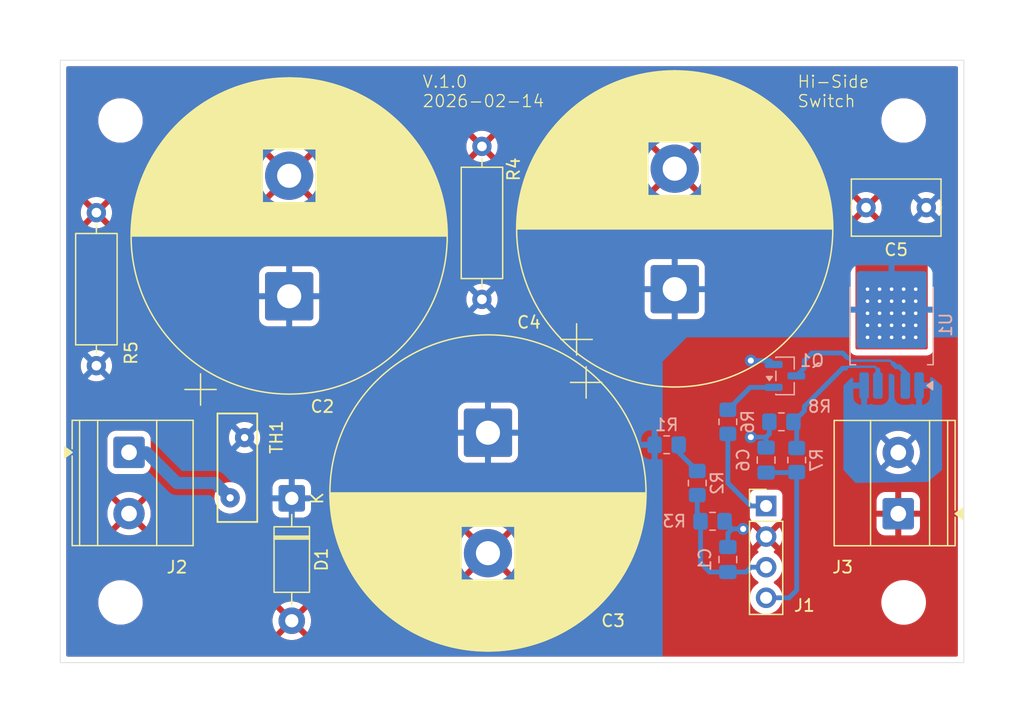
<source format=kicad_pcb>
(kicad_pcb (version 20241229) (generator "pcbnew") (generator_version "9.0")
  (layers (0 "F.Cu" signal) (2 "B.Cu" signal) (13 "F.Paste" user) (15 "B.Paste" user) (5 "F.SilkS" user "F.Silkscreen") (7 "B.SilkS" user "B.Silkscreen") (1 "F.Mask" user) (3 "B.Mask" user) (25 "Edge.Cuts" user))
  (net 0 "")
  (net 1 "Net-(Q1-B)")
  (net 2 "Net-(Q1-C)")
  (net 3 "/pout")
  (net 4 "Net-(J2-Pin_1)")
  (net 5 "VCC")
  (net 6 "GND")
  (net 7 "Net-(J1-Pin_3)")
  (net 8 "Net-(J1-Pin_4)")
  (net 9 "Net-(J1-Pin_1)")
  (net 10 "Net-(R1-Pad1)")
  (net 11 "Net-(U1-IS)")
  (footprint "MountingHole:MountingHole_3.2mm_M3" (layer "F.Cu") (at 55 95)
    (property "Reference" "H2" (hide yes))
    (property "Value" "MountingHole")
    (pad "" np_thru_hole circle (at 0 0) (size 3.2 3.2) (drill 3.2) (layers "*.Cu" "*.Mask"))
  )
  (footprint "Resistor_THT:R_Axial_DIN0309_L9.0mm_D3.2mm_P12.70mm_Horizontal" (layer "F.Cu") (at 85 69.85 90)
    (property "Reference" "R4" (at 10.795 2.63 90) (layer "F.SilkS"))
    (property "Value" "R")
    (pad "1" thru_hole circle (at 0 0 90) (size 1.6 1.6) (drill 0.8) (layers "*.Cu" "*.Mask") (net 5 "VCC"))
    (pad "2" thru_hole circle (at 12.7 0 90) (size 1.6 1.6) (drill 0.8) (layers "*.Cu" "*.Mask") (net 6 "GND"))
  )
  (footprint "Connector_PinHeader_2.54mm:PinHeader_1x04_P2.54mm_Vertical" (layer "F.Cu") (at 108.585 86.995)
    (property "Reference" "J1" (at 3.175 8.255 0) (layer "F.SilkS"))
    (property "Value" "Conn_01x04_Pin")
    (pad "1" thru_hole rect (at 0 0) (size 1.7 1.7) (drill 1) (layers "*.Cu" "*.Mask") (net 9 "Net-(J1-Pin_1)"))
    (pad "2" thru_hole circle (at 0 2.54) (size 1.7 1.7) (drill 1) (layers "*.Cu" "*.Mask") (net 6 "GND"))
    (pad "3" thru_hole circle (at 0 5.08) (size 1.7 1.7) (drill 1) (layers "*.Cu" "*.Mask") (net 7 "Net-(J1-Pin_3)"))
    (pad "4" thru_hole circle (at 0 7.62) (size 1.7 1.7) (drill 1) (layers "*.Cu" "*.Mask") (net 8 "Net-(J1-Pin_4)"))
  )
  (footprint "Diode_THT:D_DO-41_SOD81_P10.16mm_Horizontal" (layer "F.Cu") (at 69.215 86.36 -90)
    (property "Reference" "D1" (at 5.08 -2.47 90) (layer "F.SilkS"))
    (property "Value" "1N4007")
    (fp_text user "K" (at 0 -2.1 90) (layer "F.SilkS"))
    (pad "1" thru_hole roundrect (at 0 0 270) (size 2.2 2.2) (drill 1.1) (layers "*.Cu" "*.Mask") (roundrect_rratio 0.113636) (net 5 "VCC"))
    (pad "2" thru_hole circle (at 10.16 0 270) (size 2.2 2.2) (drill 1.1) (layers "*.Cu" "*.Mask") (net 6 "GND"))
  )
  (footprint "TerminalBlock_Phoenix:TerminalBlock_Phoenix_MKDS-1,5-2-5.08_1x02_P5.08mm_Horizontal" (layer "F.Cu") (at 119.5525 87.635 90)
    (property "Reference" "J3" (at -4.44 -4.6175 0) (layer "F.SilkS"))
    (property "Value" "Screw_Terminal_01x02")
    (pad "1" thru_hole roundrect (at 0 0 90) (size 2.6 2.6) (drill 1.3) (layers "*.Cu" "*.Mask") (roundrect_rratio 0.096154) (net 6 "GND"))
    (pad "2" thru_hole circle (at 5.08 0 90) (size 2.6 2.6) (drill 1.3) (layers "*.Cu" "*.Mask") (net 3 "/pout"))
  )
  (footprint "Capacitor_THT:C_Rect_L7.2mm_W4.5mm_P5.00mm_FKS2_FKP2_MKS2_MKP2" (layer "F.Cu") (at 121.88 62.23 180)
    (property "Reference" "C5" (at 2.5 -3.5 0) (layer "F.SilkS"))
    (property "Value" "C")
    (pad "1" thru_hole circle (at 0 0 180) (size 1.6 1.6) (drill 0.8) (layers "*.Cu" "*.Mask") (net 5 "VCC"))
    (pad "2" thru_hole circle (at 5 0 180) (size 1.6 1.6) (drill 0.8) (layers "*.Cu" "*.Mask") (net 6 "GND"))
  )
  (footprint "Capacitor_THT:CP_Radial_D26.0mm_P10.00mm_SnapIn" (layer "F.Cu") (at 101 69 90)
    (property "Reference" "C4" (at -2.755 -12.1 180) (layer "F.SilkS"))
    (property "Value" "C_Polarized")
    (pad "1" thru_hole roundrect (at 0 0 90) (size 4 4) (drill 2) (layers "*.Cu" "*.Mask") (roundrect_rratio 0.0625) (net 5 "VCC"))
    (pad "2" thru_hole circle (at 10 0 90) (size 4 4) (drill 2) (layers "*.Cu" "*.Mask") (net 6 "GND"))
  )
  (footprint "MountingHole:MountingHole_3.2mm_M3" (layer "F.Cu") (at 120 95)
    (property "Reference" "H3" (hide yes))
    (property "Value" "MountingHole")
    (pad "" np_thru_hole circle (at 0 0) (size 3.2 3.2) (drill 3.2) (layers "*.Cu" "*.Mask"))
  )
  (footprint "TerminalBlock_Phoenix:TerminalBlock_Phoenix_MKDS-1,5-2-5.08_1x02_P5.08mm_Horizontal" (layer "F.Cu") (at 55.7075 82.545 -90)
    (property "Reference" "J2" (at 9.53 -3.9825 180) (layer "F.SilkS"))
    (property "Value" "Screw_Terminal_01x02")
    (pad "1" thru_hole roundrect (at 0 0 270) (size 2.6 2.6) (drill 1.3) (layers "*.Cu" "*.Mask") (roundrect_rratio 0.096154) (net 4 "Net-(J2-Pin_1)"))
    (pad "2" thru_hole circle (at 5.08 0 270) (size 2.6 2.6) (drill 1.3) (layers "*.Cu" "*.Mask") (net 6 "GND"))
  )
  (footprint "MountingHole:MountingHole_3.2mm_M3" (layer "F.Cu") (at 120 55)
    (property "Reference" "H1" (hide yes))
    (property "Value" "MountingHole")
    (pad "" np_thru_hole circle (at 0 0) (size 3.2 3.2) (drill 3.2) (layers "*.Cu" "*.Mask"))
  )
  (footprint "Capacitor_THT:CP_Radial_D26.0mm_P10.00mm_SnapIn" (layer "F.Cu") (at 85.5 80.912117 -90)
    (property "Reference" "C3" (at 15.607883 -10.385 180) (layer "F.SilkS"))
    (property "Value" "C_Polarized")
    (pad "1" thru_hole roundrect (at 0 0 270) (size 4 4) (drill 2) (layers "*.Cu" "*.Mask") (roundrect_rratio 0.0625) (net 5 "VCC"))
    (pad "2" thru_hole circle (at 10 0 270) (size 4 4) (drill 2) (layers "*.Cu" "*.Mask") (net 6 "GND"))
  )
  (footprint "Resistor_THT:R_Axial_DIN0309_L9.0mm_D3.2mm_P12.70mm_Horizontal" (layer "F.Cu") (at 53 75.35 90)
    (property "Reference" "R5" (at 1.055 2.88 90) (layer "F.SilkS"))
    (property "Value" "R")
    (pad "1" thru_hole circle (at 0 0 90) (size 1.6 1.6) (drill 0.8) (layers "*.Cu" "*.Mask") (net 5 "VCC"))
    (pad "2" thru_hole circle (at 12.7 0 90) (size 1.6 1.6) (drill 0.8) (layers "*.Cu" "*.Mask") (net 6 "GND"))
  )
  (footprint "MountingHole:MountingHole_3.2mm_M3" (layer "F.Cu") (at 55 55)
    (property "Reference" "H4" (hide yes))
    (property "Value" "MountingHole")
    (pad "" np_thru_hole circle (at 0 0) (size 3.2 3.2) (drill 3.2) (layers "*.Cu" "*.Mask"))
  )
  (footprint "Capacitor_THT:CP_Radial_D26.0mm_P10.00mm_SnapIn" (layer "F.Cu") (at 69 69.587883 90)
    (property "Reference" "C2" (at -9.152117 2.755 180) (layer "F.SilkS"))
    (property "Value" "C_Polarized")
    (pad "1" thru_hole roundrect (at 0 0 90) (size 4 4) (drill 2) (layers "*.Cu" "*.Mask") (roundrect_rratio 0.0625) (net 5 "VCC"))
    (pad "2" thru_hole circle (at 10 0 90) (size 4 4) (drill 2) (layers "*.Cu" "*.Mask") (net 6 "GND"))
  )
  (footprint "Varistor:RV_Disc_D9mm_W3.3mm_P5mm" (layer "F.Cu") (at 65.3 81.32 -90)
    (property "Reference" "TH1" (at -0.04 -2.645 270) (layer "F.SilkS"))
    (property "Value" "Thermistor_PTC")
    (pad "1" thru_hole circle (at 0 0 270) (size 1.6 1.6) (drill 0.6) (layers "*.Cu" "*.Mask") (net 5 "VCC"))
    (pad "2" thru_hole circle (at 5 1.2 270) (size 1.6 1.6) (drill 0.6) (layers "*.Cu" "*.Mask") (net 4 "Net-(J2-Pin_1)"))
  )
  (footprint "Resistor_SMD:R_0805_2012Metric_Pad1.20x1.40mm_HandSolder" (layer "B.Cu") (at 109.855 80.01 180)
    (property "Reference" "R8" (at -3.175 1.27 0) (layer "B.SilkS") (effects (justify mirror)))
    (property "Value" "R")
    (pad "1" smd roundrect (at -1 0 180) (size 1.2 1.4) (layers "B.Cu" "B.Mask" "B.Paste") (roundrect_rratio 0.208333) (net 11 "Net-(U1-IS)"))
    (pad "2" smd roundrect (at 1 0 180) (size 1.2 1.4) (layers "B.Cu" "B.Mask" "B.Paste") (roundrect_rratio 0.208333) (net 6 "GND"))
  )
  (footprint "Capacitor_SMD:C_0805_2012Metric_Pad1.18x1.45mm_HandSolder" (layer "B.Cu") (at 108.585 83.185 90)
    (property "Reference" "C6" (at 0 -1.905 90) (layer "B.SilkS") (effects (justify mirror)))
    (property "Value" "C")
    (pad "1" smd roundrect (at -1.0375 0 90) (size 1.175 1.45) (layers "B.Cu" "B.Mask" "B.Paste") (roundrect_rratio 0.212766) (net 8 "Net-(J1-Pin_4)"))
    (pad "2" smd roundrect (at 1.0375 0 90) (size 1.175 1.45) (layers "B.Cu" "B.Mask" "B.Paste") (roundrect_rratio 0.212766) (net 6 "GND"))
  )
  (footprint "Resistor_SMD:R_0805_2012Metric_Pad1.20x1.40mm_HandSolder" (layer "B.Cu") (at 105.41 80.01 90)
    (property "Reference" "R6" (at 0 1.65 90) (layer "B.SilkS") (effects (justify mirror)))
    (property "Value" "R")
    (pad "1" smd roundrect (at -1 0 90) (size 1.2 1.4) (layers "B.Cu" "B.Mask" "B.Paste") (roundrect_rratio 0.208333) (net 9 "Net-(J1-Pin_1)"))
    (pad "2" smd roundrect (at 1 0 90) (size 1.2 1.4) (layers "B.Cu" "B.Mask" "B.Paste") (roundrect_rratio 0.208333) (net 1 "Net-(Q1-B)"))
  )
  (footprint "Resistor_SMD:R_0805_2012Metric_Pad1.20x1.40mm_HandSolder" (layer "B.Cu") (at 104.14 88.265 180)
    (property "Reference" "R3" (at 3.175 0 0) (layer "B.SilkS") (effects (justify mirror)))
    (property "Value" "R")
    (pad "1" smd roundrect (at -1 0 180) (size 1.2 1.4) (layers "B.Cu" "B.Mask" "B.Paste") (roundrect_rratio 0.208333) (net 6 "GND"))
    (pad "2" smd roundrect (at 1 0 180) (size 1.2 1.4) (layers "B.Cu" "B.Mask" "B.Paste") (roundrect_rratio 0.208333) (net 7 "Net-(J1-Pin_3)"))
  )
  (footprint "Capacitor_SMD:C_0805_2012Metric_Pad1.18x1.45mm_HandSolder" (layer "B.Cu") (at 105.41 91.44 90)
    (property "Reference" "C1" (at 0 -1.905 90) (layer "B.SilkS") (effects (justify mirror)))
    (property "Value" "C")
    (pad "1" smd roundrect (at -1.0375 0 90) (size 1.175 1.45) (layers "B.Cu" "B.Mask" "B.Paste") (roundrect_rratio 0.212766) (net 7 "Net-(J1-Pin_3)"))
    (pad "2" smd roundrect (at 1.0375 0 90) (size 1.175 1.45) (layers "B.Cu" "B.Mask" "B.Paste") (roundrect_rratio 0.212766) (net 6 "GND"))
  )
  (footprint "Package_TO_SOT_SMD:SOT-23" (layer "B.Cu") (at 110.1575 76.2)
    (property "Reference" "Q1" (at 2.2375 -1.27 0) (layer "B.SilkS") (effects (justify mirror)))
    (property "Value" "BC848")
    (pad "1" smd roundrect (at -0.9375 0.95) (size 1.475 0.6) (layers "B.Cu" "B.Mask" "B.Paste") (net 1 "Net-(Q1-B)"))
    (pad "2" smd roundrect (at -0.9375 -0.95) (size 1.475 0.6) (layers "B.Cu" "B.Mask" "B.Paste") (net 6 "GND"))
    (pad "3" smd roundrect (at 0.9375 0) (size 1.475 0.6) (layers "B.Cu" "B.Mask" "B.Paste") (net 2 "Net-(Q1-C)"))
  )
  (footprint "Resistor_SMD:R_0805_2012Metric_Pad1.20x1.40mm_HandSolder" (layer "B.Cu") (at 100.33 81.915 180)
    (property "Reference" "R1" (at 0 1.65 0) (layer "B.SilkS") (effects (justify mirror)))
    (property "Value" "R")
    (pad "1" smd roundrect (at -1 0 180) (size 1.2 1.4) (layers "B.Cu" "B.Mask" "B.Paste") (roundrect_rratio 0.208333) (net 10 "Net-(R1-Pad1)"))
    (pad "2" smd roundrect (at 1 0 180) (size 1.2 1.4) (layers "B.Cu" "B.Mask" "B.Paste") (roundrect_rratio 0.208333) (net 5 "VCC"))
  )
  (footprint "Package_TO_SOT_SMD:TO-252-4" (layer "B.Cu") (at 119 71.96 90)
    (property "Reference" "U1" (at 0 4.5 90) (layer "B.SilkS") (effects (justify mirror)))
    (property "Value" "BTS6163D")
    (pad "1" smd roundrect (at -5.04 2.28 90) (size 2.2 0.8) (layers "B.Cu" "B.Mask" "B.Paste") (net 3 "/pout"))
    (pad "2" smd roundrect (at -5.04 1.14 90) (size 2.2 0.8) (layers "B.Cu" "B.Mask" "B.Paste") (net 2 "Net-(Q1-C)"))
    (pad "3" smd roundrect (at 1.26 0 90) (size 6.4 5.8) (layers "B.Cu" "B.Mask") (roundrect_rratio 0.043103) (net 5 "VCC"))
    (pad "4" smd roundrect (at -5.04 -1.14 90) (size 2.2 0.8) (layers "B.Cu" "B.Mask" "B.Paste") (net 11 "Net-(U1-IS)"))
    (pad "5" smd roundrect (at -5.04 -2.28 90) (size 2.2 0.8) (layers "B.Cu" "B.Mask" "B.Paste") (net 3 "/pout"))
  )
  (footprint "Resistor_SMD:R_0805_2012Metric_Pad1.20x1.40mm_HandSolder" (layer "B.Cu") (at 102.87 85.09 90)
    (property "Reference" "R2" (at 0 1.65 90) (layer "B.SilkS") (effects (justify mirror)))
    (property "Value" "R")
    (pad "1" smd roundrect (at -1 0 90) (size 1.2 1.4) (layers "B.Cu" "B.Mask" "B.Paste") (roundrect_rratio 0.208333) (net 7 "Net-(J1-Pin_3)"))
    (pad "2" smd roundrect (at 1 0 90) (size 1.2 1.4) (layers "B.Cu" "B.Mask" "B.Paste") (roundrect_rratio 0.208333) (net 10 "Net-(R1-Pad1)"))
  )
  (footprint "Resistor_SMD:R_0805_2012Metric_Pad1.20x1.40mm_HandSolder" (layer "B.Cu") (at 111.125 83.185 90)
    (property "Reference" "R7" (at 0 1.65 90) (layer "B.SilkS") (effects (justify mirror)))
    (property "Value" "R")
    (pad "1" smd roundrect (at -1 0 90) (size 1.2 1.4) (layers "B.Cu" "B.Mask" "B.Paste") (roundrect_rratio 0.208333) (net 8 "Net-(J1-Pin_4)"))
    (pad "2" smd roundrect (at 1 0 90) (size 1.2 1.4) (layers "B.Cu" "B.Mask" "B.Paste") (roundrect_rratio 0.208333) (net 11 "Net-(U1-IS)"))
  )
  (gr_rect (start 50 50) (end 125 100) (stroke (width 0.05)) (fill no) (layer "Edge.Cuts"))
  (gr_text "Hi-Side\nSwitch" (at 111.125 53.975 0) (layer "F.SilkS") (effects (font (size 1 1) (thickness 0.1)) (justify left bottom)))
  (gr_text "V.1.0\n2026-02-14" (at 80.01 53.975 0) (layer "F.SilkS") (effects (font (size 1 1) (thickness 0.1)) (justify left bottom)))
  (segment (start 107.27 77.15) (end 105.41 79.01) (width 0.4) (layer "B.Cu") (net 1))
  (segment (start 109.22 77.15) (end 107.27 77.15) (width 0.4) (layer "B.Cu") (net 1))
  (segment (start 120 77) (end 120 76) (width 0.2) (layer "B.Cu") (net 2))
  (segment (start 119.634 75.438) (end 120.14 75.944) (width 0.4) (layer "B.Cu") (net 2))
  (segment (start 115.316 74.676) (end 114.935 74.295) (width 0.4) (layer "B.Cu") (net 2))
  (segment (start 111.76 75.535) (end 111.095 76.2) (width 0.4) (layer "B.Cu") (net 2))
  (segment (start 112.395 74.295) (end 111.76 74.93) (width 0.4) (layer "B.Cu") (net 2))
  (segment (start 111.76 74.93) (end 111.76 75.535) (width 0.4) (layer "B.Cu") (net 2))
  (segment (start 119.126 75.184) (end 118.872 74.93) (width 0.2) (layer "B.Cu") (net 2))
  (segment (start 119.126 75.184) (end 119.38 75.438) (width 0.4) (layer "B.Cu") (net 2))
  (segment (start 119.38 75.438) (end 119.634 75.438) (width 0.4) (layer "B.Cu") (net 2))
  (segment (start 120.14 75.944) (end 120.14 77) (width 0.4) (layer "B.Cu") (net 2))
  (segment (start 114.935 74.295) (end 112.395 74.295) (width 0.4) (layer "B.Cu") (net 2))
  (segment (start 118.872 74.93) (end 115.57 74.93) (width 0.2) (layer "B.Cu") (net 2))
  (segment (start 115.57 74.93) (end 115.316 74.676) (width 0.2) (layer "B.Cu") (net 2))
  (segment (start 119.5525 82.555) (end 119.5475 82.55) (width 0.2) (layer "B.Cu") (net 3))
  (segment (start 119.5475 82.55) (end 119.38 82.55) (width 0.2) (layer "B.Cu") (net 3))
  (segment (start 59.69 85.09) (end 57.145 82.545) (width 1) (layer "B.Cu") (net 4))
  (segment (start 57.145 82.545) (end 55.7075 82.545) (width 1) (layer "B.Cu") (net 4))
  (segment (start 64.1 86.32) (end 62.87 85.09) (width 1) (layer "B.Cu") (net 4))
  (segment (start 62.87 85.09) (end 59.69 85.09) (width 1) (layer "B.Cu") (net 4))
  (via (at 118 70) (size 0.6) (drill 0.3) (layers "F.Cu" "B.Cu") (net 5))
  (via (at 119 73) (size 0.6) (drill 0.3) (layers "F.Cu" "B.Cu") (net 5))
  (via (at 120 71) (size 0.6) (drill 0.3) (layers "F.Cu" "B.Cu") (net 5))
  (via (at 119 72) (size 0.6) (drill 0.3) (layers "F.Cu" "B.Cu") (net 5))
  (via (at 119 71) (size 0.6) (drill 0.3) (layers "F.Cu" "B.Cu") (net 5))
  (via (at 118 72) (size 0.6) (drill 0.3) (layers "F.Cu" "B.Cu") (net 5))
  (via (at 121 72) (size 0.6) (drill 0.3) (layers "F.Cu" "B.Cu") (net 5))
  (via (at 119 70) (size 0.6) (drill 0.3) (layers "F.Cu" "B.Cu") (net 5))
  (via (at 121 71) (size 0.6) (drill 0.3) (layers "F.Cu" "B.Cu") (net 5))
  (via (at 117 73) (size 0.6) (drill 0.3) (layers "F.Cu" "B.Cu") (net 5))
  (via (at 121 73) (size 0.6) (drill 0.3) (layers "F.Cu" "B.Cu") (net 5))
  (via (at 120 72) (size 0.6) (drill 0.3) (layers "F.Cu" "B.Cu") (net 5))
  (via (at 120 70) (size 0.6) (drill 0.3) (layers "F.Cu" "B.Cu") (net 5))
  (via (at 117 72) (size 0.6) (drill 0.3) (layers "F.Cu" "B.Cu") (net 5))
  (via (at 118 69) (size 0.6) (drill 0.3) (layers "F.Cu" "B.Cu") (net 5))
  (via (at 118 73) (size 0.6) (drill 0.3) (layers "F.Cu" "B.Cu") (net 5))
  (via (at 117 71) (size 0.6) (drill 0.3) (layers "F.Cu" "B.Cu") (net 5))
  (via (at 117 70) (size 0.6) (drill 0.3) (layers "F.Cu" "B.Cu") (net 5))
  (via (at 121 69) (size 0.6) (drill 0.3) (layers "F.Cu" "B.Cu") (net 5))
  (via (at 119 69) (size 0.6) (drill 0.3) (layers "F.Cu" "B.Cu") (net 5))
  (via (at 120 73) (size 0.6) (drill 0.3) (layers "F.Cu" "B.Cu") (net 5))
  (via (at 118 71) (size 0.6) (drill 0.3) (layers "F.Cu" "B.Cu") (net 5))
  (via (at 120 69) (size 0.6) (drill 0.3) (layers "F.Cu" "B.Cu") (net 5))
  (via (at 117 69) (size 0.6) (drill 0.3) (layers "F.Cu" "B.Cu") (net 5))
  (via (at 121 70) (size 0.6) (drill 0.3) (layers "F.Cu" "B.Cu") (net 5))
  (via (at 107.315 74.93) (size 1) (drill 0.5) (layers "F.Cu" "B.Cu") (net 6))
  (via (at 107.315 81.28) (size 1) (drill 0.5) (layers "F.Cu" "B.Cu") (net 6))
  (via (at 106.68 88.9) (size 1) (drill 0.5) (layers "F.Cu" "B.Cu") (net 6))
  (segment (start 105.775 88.9) (end 105.14 88.265) (width 0.4) (layer "B.Cu") (net 6))
  (segment (start 107.315 81.28) (end 108.585 81.28) (width 0.4) (layer "B.Cu") (net 6))
  (segment (start 105.41 89.265) (end 105.775 88.9) (width 0.4) (layer "B.Cu") (net 6))
  (segment (start 106.68 88.9) (end 105.775 88.9) (width 0.4) (layer "B.Cu") (net 6))
  (segment (start 108.855 81.01) (end 108.585 81.28) (width 0.4) (layer "B.Cu") (net 6))
  (segment (start 108.9 74.93) (end 107.315 74.93) (width 0.4) (layer "B.Cu") (net 6))
  (segment (start 108.855 80.01) (end 108.855 81.01) (width 0.4) (layer "B.Cu") (net 6))
  (segment (start 108.585 82.1475) (end 108.585 81.28) (width 0.4) (layer "B.Cu") (net 6))
  (segment (start 109.22 75.25) (end 108.9 74.93) (width 0.4) (layer "B.Cu") (net 6))
  (segment (start 105.41 90.4025) (end 105.41 89.265) (width 0.4) (layer "B.Cu") (net 6))
  (segment (start 103.9075 92.4775) (end 105.41 92.4775) (width 0.4) (layer "B.Cu") (net 7))
  (segment (start 106.9125 92.4775) (end 107.315 92.075) (width 0.4) (layer "B.Cu") (net 7))
  (segment (start 102.87 87.995) (end 103.14 88.265) (width 0.4) (layer "B.Cu") (net 7))
  (segment (start 103.14 91.71) (end 103.9075 92.4775) (width 0.4) (layer "B.Cu") (net 7))
  (segment (start 105.41 92.4775) (end 106.9125 92.4775) (width 0.4) (layer "B.Cu") (net 7))
  (segment (start 102.87 86.09) (end 102.87 87.995) (width 0.4) (layer "B.Cu") (net 7))
  (segment (start 107.315 92.075) (end 108.585 92.075) (width 0.4) (layer "B.Cu") (net 7))
  (segment (start 103.14 88.265) (end 103.14 91.71) (width 0.4) (layer "B.Cu") (net 7))
  (segment (start 108.585 94.615) (end 110.49 94.615) (width 0.4) (layer "B.Cu") (net 8))
  (segment (start 111.125 93.98) (end 111.125 84.185) (width 0.4) (layer "B.Cu") (net 8))
  (segment (start 108.585 84.2225) (end 111.0875 84.2225) (width 0.4) (layer "B.Cu") (net 8))
  (segment (start 110.49 94.615) (end 111.125 93.98) (width 0.4) (layer "B.Cu") (net 8))
  (segment (start 111.0875 84.2225) (end 111.125 84.185) (width 0.4) (layer "B.Cu") (net 8))
  (segment (start 105.41 85.09) (end 105.41 81.01) (width 0.4) (layer "B.Cu") (net 9))
  (segment (start 107.315 86.995) (end 105.41 85.09) (width 0.4) (layer "B.Cu") (net 9))
  (segment (start 108.585 86.995) (end 107.315 86.995) (width 0.4) (layer "B.Cu") (net 9))
  (segment (start 101.33 82.55) (end 102.87 84.09) (width 0.4) (layer "B.Cu") (net 10))
  (segment (start 101.33 81.915) (end 101.33 82.55) (width 0.4) (layer "B.Cu") (net 10))
  (segment (start 111.76 79.105) (end 111.76 78.74) (width 0.4) (layer "B.Cu") (net 11))
  (segment (start 111.125 80.28) (end 110.855 80.01) (width 0.4) (layer "B.Cu") (net 11))
  (segment (start 111.125 82.185) (end 111.125 80.28) (width 0.4) (layer "B.Cu") (net 11))
  (segment (start 110.855 80.01) (end 111.76 79.105) (width 0.4) (layer "B.Cu") (net 11))
  (segment (start 117.602 75.438) (end 115.316 75.438) (width 0.2) (layer "B.Cu") (net 11))
  (segment (start 117.86 75.696) (end 117.602 75.438) (width 0.2) (layer "B.Cu") (net 11))
  (segment (start 114.935 75.565) (end 115.189 75.565) (width 0.4) (layer "B.Cu") (net 11))
  (segment (start 115.316 75.438) (end 115.189 75.565) (width 0.2) (layer "B.Cu") (net 11))
  (segment (start 117.86 75.696) (end 117.86 77) (width 0.4) (layer "B.Cu") (net 11))
  (segment (start 111.76 78.74) (end 114.935 75.565) (width 0.4) (layer "B.Cu") (net 11))
  (zone (net 5) (net_name "VCC") (layer "F.Cu") (priority 3) (connect_pads (clearance 0.5)) (min_thickness 0.25) (fill yes (thermal_gap 0.5) (thermal_bridge_width 0.5))
    (polygon (pts (xy 116 67) (xy 122 67) (xy 122 74) (xy 116 74)))
  )
  (zone (net 6) (net_name "GND") (layer "F.Cu") (priority 2) (connect_pads (clearance 0.5)) (min_thickness 0.25) (fill yes (thermal_gap 0.5) (thermal_bridge_width 0.5))
    (polygon (pts (xy 45 45) (xy 130 45) (xy 130 105) (xy 45 105)))
  )
  (zone (net 3) (net_name "/pout") (layer "B.Cu") (connect_pads (clearance 0.5)) (min_thickness 0.25) (fill yes (thermal_gap 0.5) (thermal_bridge_width 0.5))
    (polygon (pts (xy 115 77) (xy 116 76) (xy 122 76) (xy 123.19 77) (xy 123.19 84) (xy 122 85) (xy 116 85.080259) (xy 115 84)))
  )
  (zone (net 5) (net_name "VCC") (layer "B.Cu") (priority 1) (connect_pads (clearance 0.5)) (min_thickness 0.25) (fill yes (thermal_gap 0.5) (thermal_bridge_width 0.5))
    (polygon (pts (xy 45 45) (xy 130 45) (xy 130 73) (xy 102 73) (xy 100 75) (xy 100 105) (xy 45 105)))
  )
)
</source>
